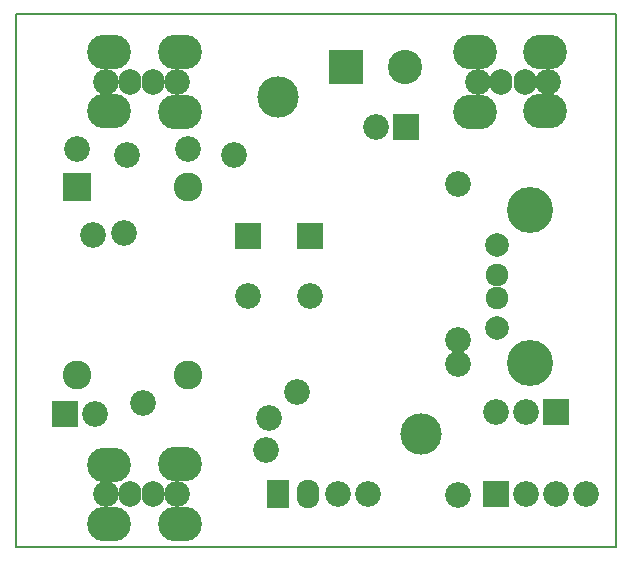
<source format=gbr>
G04 #@! TF.FileFunction,Soldermask,Top*
%FSLAX46Y46*%
G04 Gerber Fmt 4.6, Leading zero omitted, Abs format (unit mm)*
G04 Created by KiCad (PCBNEW (2015-09-15 BZR 6201)-product) date Fri 01 Apr 2016 05:48:24 PM EEST*
%MOMM*%
G01*
G04 APERTURE LIST*
%ADD10C,0.100000*%
%ADD11C,0.150000*%
%ADD12R,2.178000X2.178000*%
%ADD13C,2.178000*%
%ADD14C,2.000200*%
%ADD15C,1.924000*%
%ADD16C,3.900120*%
%ADD17R,2.432000X2.432000*%
%ADD18C,2.432000*%
%ADD19R,2.899360X2.899360*%
%ADD20C,2.899360*%
%ADD21R,1.924000X2.432000*%
%ADD22O,1.924000X2.432000*%
%ADD23C,3.501340*%
%ADD24O,1.924000X2.178000*%
%ADD25O,3.702000X2.940000*%
G04 APERTURE END LIST*
D10*
D11*
X0Y0D02*
X0Y-45085000D01*
X50800000Y0D02*
X0Y0D01*
X50800000Y-45085000D02*
X50800000Y0D01*
X0Y-45085000D02*
X50800000Y-45085000D01*
D12*
X24892000Y-18796000D03*
D13*
X24892000Y-23876000D03*
D14*
X40767000Y-26543000D03*
D15*
X40767000Y-24043640D03*
X40767000Y-22044660D03*
D14*
X40767000Y-19542760D03*
D16*
X43517820Y-29542740D03*
X43517820Y-16543020D03*
D12*
X33020000Y-9525000D03*
D13*
X30480000Y-9525000D03*
D12*
X4127500Y-33845500D03*
D13*
X6667500Y-33845500D03*
D17*
X5207000Y-14668500D03*
D18*
X14605000Y-14668500D03*
X5207000Y-30543500D03*
X14605000Y-30543500D03*
D19*
X27940000Y-4445000D03*
D20*
X32941260Y-4445000D03*
D12*
X19685000Y-18796000D03*
D13*
X19685000Y-23876000D03*
D21*
X22225000Y-40640000D03*
D22*
X24765000Y-40640000D03*
D13*
X27305000Y-40640000D03*
X29845000Y-40640000D03*
D23*
X22225000Y-6985000D03*
X34290000Y-35560000D03*
D12*
X40640000Y-40640000D03*
D13*
X43180000Y-40640000D03*
X45720000Y-40640000D03*
X48260000Y-40640000D03*
D12*
X45720000Y-33655000D03*
D13*
X43180000Y-33655000D03*
X40640000Y-33655000D03*
X45085000Y-5715000D03*
D24*
X43085000Y-5715000D03*
X41085000Y-5715000D03*
D13*
X39085000Y-5715000D03*
D25*
X38830000Y-8255000D03*
X38830000Y-3175000D03*
X44835000Y-8215000D03*
X44835000Y-3215000D03*
D13*
X7620000Y-5715000D03*
D24*
X9620000Y-5715000D03*
X11620000Y-5715000D03*
D13*
X13620000Y-5715000D03*
D25*
X13875000Y-3175000D03*
X13875000Y-8255000D03*
X7870000Y-3215000D03*
X7870000Y-8215000D03*
D13*
X7620000Y-40640000D03*
D24*
X9620000Y-40640000D03*
X11620000Y-40640000D03*
D13*
X13620000Y-40640000D03*
D25*
X13875000Y-38100000D03*
X13875000Y-43180000D03*
X7870000Y-38140000D03*
X7870000Y-43140000D03*
D13*
X5207000Y-11430000D03*
X14605000Y-11430000D03*
X37465000Y-27559000D03*
X37465000Y-14351000D03*
X37465000Y-40703500D03*
X37465000Y-29654500D03*
X21209000Y-36893500D03*
X10731500Y-32956500D03*
X9398000Y-11938000D03*
X18478500Y-11938000D03*
X6540500Y-18669000D03*
X21399500Y-34226500D03*
X9144000Y-18542000D03*
X23812500Y-32004000D03*
M02*

</source>
